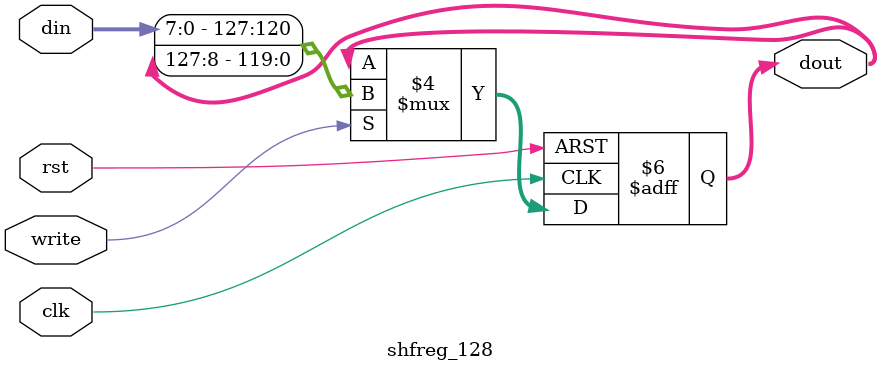
<source format=v>
module shfreg_128(clk,rst,write,din,dout);

output [127:0] dout;
input  clk,rst,write;
input  [7:0] din;

reg [127:0] dout;

always @ (posedge clk or negedge rst)
	begin
	    if(!rst)
		      dout <= 128'h2b7e151628aed2a6abf7158809cf4f3c;
	    else if(write)
					dout<={din,dout[127:8]};
		  else 
					dout<=dout;
	end

endmodule
</source>
